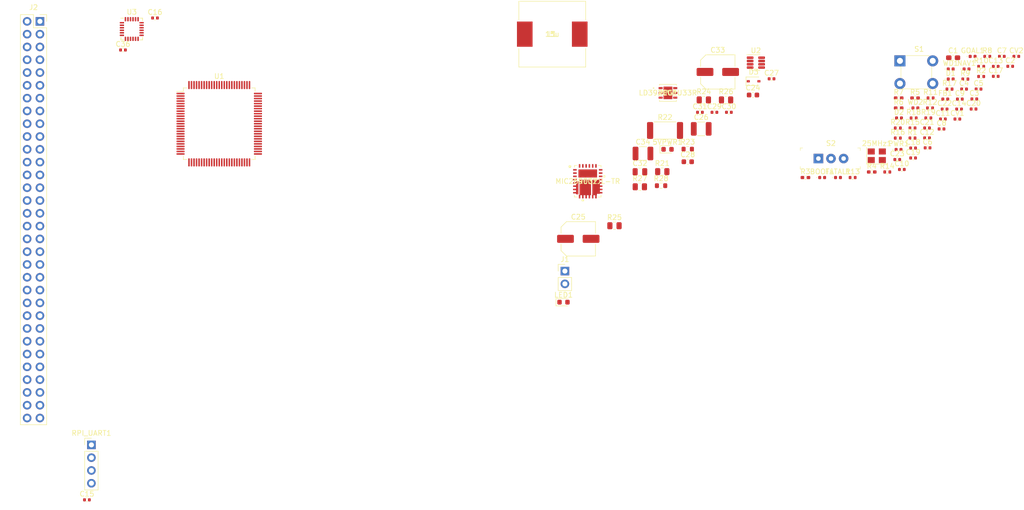
<source format=kicad_pcb>
(kicad_pcb (version 20211014) (generator pcbnew)
  (layers (0 "F.Cu" signal) (31 "B.Cu" signal) (34 "B.Paste" user) (35 "F.Paste" user) (36 "B.SilkS" user "B.Silkscreen") (37 "F.SilkS" user "F.Silkscreen") (38 "B.Mask" user) (39 "F.Mask" user) (44 "Edge.Cuts" user))
  (net 0 "")
  (net 1 "Net-(5VPWR1-Pad1)")
  (net 2 "+5V")
  (net 3 "HSE_IN")
  (net 4 "GND")
  (net 5 "Net-(25MHz1-Pad3)")
  (net 6 "Net-(BOOT1-Pad2)")
  (net 7 "+3V3")
  (net 8 "Net-(C16-Pad1)")
  (net 9 "VDDA")
  (net 10 "NRST")
  (net 11 "VREF+")
  (net 12 "REG_VIN")
  (net 13 "REG_VDD")
  (net 14 "REG_BST")
  (net 15 "REG_CS")
  (net 16 "Net-(C31-Pad2)")
  (net 17 "Net-(C36-Pad1)")
  (net 18 "Net-(CV1-Pad1)")
  (net 19 "Net-(CV2-Pad1)")
  (net 20 "Net-(D1-Pad1)")
  (net 21 "Net-(D1-Pad2)")
  (net 22 "Net-(D2-Pad1)")
  (net 23 "Net-(D2-Pad2)")
  (net 24 "Net-(FATAL1-Pad2)")
  (net 25 "Net-(GOAL1-Pad2)")
  (net 26 "VBAT")
  (net 31 "Net-(J2-Pad8)")
  (net 32 "Net-(J2-Pad10)")
  (net 52 "SPI2_MISO")
  (net 55 "SPI2_MOSI")
  (net 56 "SPI2_SCK")
  (net 57 "Net-(LED1-Pad1)")
  (net 58 "Net-(NAV1-Pad2)")
  (net 59 "Net-(PWR1-Pad1)")
  (net 60 "I2C1_SCL")
  (net 61 "I2C1_SDA")
  (net 62 "I2C3_SCL")
  (net 63 "I2C3_SDA")
  (net 64 "BOOT0")
  (net 65 "Net-(R6-Pad2)")
  (net 66 "HSE_OUT")
  (net 67 "LED1")
  (net 68 "Net-(D1-Pad3)")
  (net 69 "LED2")
  (net 70 "LED3")
  (net 71 "TIM1_CH1")
  (net 72 "Net-(D2-Pad3)")
  (net 73 "TIM1_CH2")
  (net 74 "TIM1_CH3")
  (net 75 "LED4")
  (net 76 "LED5")
  (net 77 "Net-(R16-Pad2)")
  (net 78 "LED6")
  (net 79 "Net-(R17-Pad2)")
  (net 80 "LED7")
  (net 81 "LED8")
  (net 82 "REG_EN")
  (net 83 "REG_PG")
  (net 84 "REG_FB")
  (net 93 "ADC1_IN0")
  (net 94 "ADC2_IN1")
  (net 95 "ADC3_IN2")
  (net 96 "USART2_RX")
  (net 98 "SPI1_SCK")
  (net 99 "SPI1_MISO")
  (net 100 "SPI1_MOSI")
  (net 109 "TIM1_CH4")
  (net 111 "TIM2_CH3")
  (net 112 "TIM2_CH4")
  (net 117 "USART3_TX")
  (net 118 "USART3_RX")
  (net 119 "INT0")
  (net 120 "INT1")
  (net 121 "INT2")
  (net 122 "INT3")
  (net 128 "USB_OTG_FS_VBUS")
  (net 129 "USB_OTG_FS_ID")
  (net 130 "USB_OTG_FS_DM")
  (net 131 "USB_OTG_FS_DP")
  (net 133 "TIM2_CH1")
  (net 134 "SPI3_SCK")
  (net 135 "SPI3_MISO")
  (net 136 "UART5_TX")
  (net 139 "UART5_RX")
  (net 142 "USART2_TX")
  (net 145 "TIM2_CH2")
  (net 147 "SPI3_MOSI")
  (footprint "Capacitor_SMD:C_Elec_6.3x7.7" (layer "F.Cu") (at 177.61 55.76)
    (fp_text reference "C33" (at 0 -4.35) (layer "F.SilkS"))
    (fp_text value "100u")
    (pad "1" smd roundrect (at -2.5375 0) (size 3.325 1.6) (layers "F.Cu" "F.Paste" "F.Mask") (roundrect_rratio 0.15625) (net 2 "+5V"))
    (pad "2" smd roundrect (at 2.5375 0) (size 3.325 1.6) (layers "F.Cu" "F.Paste" "F.Mask") (roundrect_rratio 0.15625) (net 4 "GND"))
  )
  (footprint "Capacitor_SMD:C_0402_1005Metric" (layer "F.Cu") (at 233.94 52.67)
    (fp_text reference "C7" (at 0 -1.16) (layer "F.SilkS"))
    (fp_text value "100n")
    (pad "1" smd roundrect (at -0.48 0) (size 0.56 0.62) (layers "F.Cu" "F.Paste" "F.Mask") (net 7 "+3V3"))
    (pad "2" smd roundrect (at 0.48 0) (size 0.56 0.62) (layers "F.Cu" "F.Paste" "F.Mask") (net 4 "GND"))
  )
  (footprint "digikey-footprints:Switch_Slide_11.6x4mm_EG1218" (layer "F.Cu") (at 197.56 72.95)
    (fp_text reference "S2" (at 2.49 -3.02) (layer "F.SilkS"))
    (fp_text value "EG1218")
    (pad "1" thru_hole rect (at 0 0) (size 1.9 1.9) (drill 0.9) (layers *.Cu *.Mask) (net 4 "GND"))
    (pad "2" thru_hole circle (at 2.5 0) (size 1.9 1.9) (drill 0.9) (layers *.Cu *.Mask) (net 65 "Net-(R6-Pad2)"))
    (pad "3" thru_hole circle (at 5 0) (size 1.9 1.9) (drill 0.9) (layers *.Cu *.Mask) (net 7 "+3V3"))
  )
  (footprint "Resistor_SMD:R_0402_1005Metric" (layer "F.Cu") (at 229.84 56.66)
    (fp_text reference "R2" (at 0 -1.17) (layer "F.SilkS"))
    (fp_text value "4k7")
    (pad "1" smd roundrect (at -0.51 0) (size 0.54 0.64) (layers "F.Cu" "F.Paste" "F.Mask") (net 7 "+3V3"))
    (pad "2" smd roundrect (at 0.51 0) (size 0.54 0.64) (layers "F.Cu" "F.Paste" "F.Mask") (net 61 "I2C1_SDA"))
  )
  (footprint "LED_SMD:LED_0603_1608Metric" (layer "F.Cu") (at 167.64 71.12)
    (fp_text reference "5VPWR1" (at 0 -1.43) (layer "F.SilkS"))
    (fp_text value "G")
    (pad "1" smd roundrect (at -0.7875 0) (size 0.875 0.95) (layers "F.Cu" "F.Paste" "F.Mask") (net 1 "Net-(5VPWR1-Pad1)"))
    (pad "2" smd roundrect (at 0.7875 0) (size 0.875 0.95) (layers "F.Cu" "F.Paste" "F.Mask") (net 2 "+5V"))
  )
  (footprint "Resistor_SMD:R_2512_6332Metric" (layer "F.Cu") (at 167.15 67.38)
    (fp_text reference "R22" (at 0 -2.62) (layer "F.SilkS"))
    (fp_text value "10m")
    (pad "1" smd roundrect (at -2.9625 0) (size 1.225 3.35) (layers "F.Cu" "F.Paste" "F.Mask") (roundrect_rratio 0.204082) (net 12 "REG_VIN"))
    (pad "2" smd roundrect (at 2.9625 0) (size 1.225 3.35) (layers "F.Cu" "F.Paste" "F.Mask") (roundrect_rratio 0.204082) (net 26 "VBAT"))
  )
  (footprint "Resistor_SMD:R_0402_1005Metric" (layer "F.Cu") (at 213.31 68.89)
    (fp_text reference "R16" (at 0 -1.17) (layer "F.SilkS"))
    (fp_text value "1k")
    (pad "1" smd roundrect (at -0.51 0) (size 0.54 0.64) (layers "F.Cu" "F.Paste" "F.Mask") (net 76 "LED5"))
    (pad "2" smd roundrect (at 0.51 0) (size 0.54 0.64) (layers "F.Cu" "F.Paste" "F.Mask") (net 77 "Net-(R16-Pad2)"))
  )
  (footprint "Connector_PinHeader_2.54mm:PinHeader_1x04_P2.54mm_Vertical" (layer "F.Cu") (at 53.39 129.79)
    (fp_text reference "RPI_UART1" (at 0 -2.33) (layer "F.SilkS"))
    (fp_text value "Conn_01x04_Male")
    (pad "1" thru_hole rect (at 0 0) (size 1.7 1.7) (drill 1) (layers *.Cu *.Mask) (net 2 "+5V"))
    (pad "2" thru_hole oval (at 0 2.54) (size 1.7 1.7) (drill 1) (layers *.Cu *.Mask) (net 4 "GND"))
    (pad "3" thru_hole oval (at 0 5.08) (size 1.7 1.7) (drill 1) (layers *.Cu *.Mask) (net 31 "Net-(J2-Pad8)"))
    (pad "4" thru_hole oval (at 0 7.62) (size 1.7 1.7) (drill 1) (layers *.Cu *.Mask) (net 32 "Net-(J2-Pad10)"))
  )
  (footprint "Capacitor_SMD:C_0402_1005Metric" (layer "F.Cu") (at 219.21 70.83)
    (fp_text reference "C6" (at 0 -1.16) (layer "F.SilkS"))
    (fp_text value "100n")
    (pad "1" smd roundrect (at -0.48 0) (size 0.56 0.62) (layers "F.Cu" "F.Paste" "F.Mask") (net 7 "+3V3"))
    (pad "2" smd roundrect (at 0.48 0) (size 0.56 0.62) (layers "F.Cu" "F.Paste" "F.Mask") (net 4 "GND"))
  )
  (footprint "Capacitor_SMD:C_0603_1608Metric_Pad1.08x0.95mm_HandSolder" (layer "F.Cu") (at 224.28 52.94)
    (fp_text reference "C1" (at 0 -1.43) (layer "F.SilkS"))
    (fp_text value "10u")
    (pad "1" smd roundrect (at -0.8625 0) (size 1.075 0.95) (layers "F.Cu" "F.Paste" "F.Mask") (net 7 "+3V3"))
    (pad "2" smd roundrect (at 0.8625 0) (size 1.075 0.95) (layers "F.Cu" "F.Paste" "F.Mask") (net 4 "GND"))
  )
  (footprint "Resistor_SMD:R_0805_2012Metric" (layer "F.Cu") (at 166.6 75.55)
    (fp_text reference "R21" (at 0 -1.65) (layer "F.SilkS"))
    (fp_text value "10k")
    (pad "1" smd roundrect (at -0.9125 0) (size 1.025 1.4) (layers "F.Cu" "F.Paste" "F.Mask") (roundrect_rratio 0.243902) (net 12 "REG_VIN"))
    (pad "2" smd roundrect (at 0.9125 0) (size 1.025 1.4) (layers "F.Cu" "F.Paste" "F.Mask") (roundrect_rratio 0.243902) (net 82 "REG_EN"))
  )
  (footprint "Capacitor_SMD:C_1210_3225Metric" (layer "F.Cu") (at 174.32 67.06)
    (fp_text reference "C26" (at 0 -2.3) (layer "F.SilkS"))
    (fp_text value "47u")
    (pad "1" smd roundrect (at -1.475 0) (size 1.15 2.7) (layers "F.Cu" "F.Paste" "F.Mask") (roundrect_rratio 0.217391) (net 12 "REG_VIN"))
    (pad "2" smd roundrect (at 1.475 0) (size 1.15 2.7) (layers "F.Cu" "F.Paste" "F.Mask") (roundrect_rratio 0.217391) (net 4 "GND"))
  )
  (footprint "Package_TO_SOT_SMD:SOT-23-8" (layer "F.Cu") (at 185.16 53.91)
    (fp_text reference "U2" (at 0 -2.4) (layer "F.SilkS"))
    (fp_text value "INA219AIDCNR")
    (pad "1" smd roundrect (at -1.1375 -0.975) (size 1.325 0.5) (layers "F.Cu" "F.Paste" "F.Mask") (net 26 "VBAT"))
    (pad "2" smd roundrect (at -1.1375 -0.325) (size 1.325 0.5) (layers "F.Cu" "F.Paste" "F.Mask") (net 12 "REG_VIN"))
    (pad "3" smd roundrect (at -1.1375 0.325) (size 1.325 0.5) (layers "F.Cu" "F.Paste" "F.Mask") (net 4 "GND"))
    (pad "4" smd roundrect (at -1.1375 0.975) (size 1.325 0.5) (layers "F.Cu" "F.Paste" "F.Mask") (net 7 "+3V3"))
    (pad "5" smd roundrect (at 1.1375 0.975) (size 1.325 0.5) (layers "F.Cu" "F.Paste" "F.Mask") (net 62 "I2C3_SCL"))
    (pad "6" smd roundrect (at 1.1375 0.325) (size 1.325 0.5) (layers "F.Cu" "F.Paste" "F.Mask") (net 63 "I2C3_SDA"))
    (pad "7" smd roundrect (at 1.1375 -0.325) (size 1.325 0.5) (layers "F.Cu" "F.Paste" "F.Mask") (net 4 "GND"))
    (pad "8" smd roundrect (at 1.1375 -0.975) (size 1.325 0.5) (layers "F.Cu" "F.Paste" "F.Mask") (net 4 "GND"))
  )
  (footprint "Resistor_SMD:R_0402_1005Metric" (layer "F.Cu") (at 216.22 66.9)
    (fp_text reference "R15" (at 0 -1.17) (layer "F.SilkS"))
    (fp_text value "1k")
    (pad "1" smd roundrect (at -0.51 0) (size 0.54 0.64) (layers "F.Cu" "F.Paste" "F.Mask") (net 75 "LED4"))
    (pad "2" smd roundrect (at 0.51 0) (size 0.54 0.64) (layers "F.Cu" "F.Paste" "F.Mask") (net 24 "Net-(FATAL1-Pad2)"))
  )
  (footprint "Capacitor_SMD:C_0402_1005Metric" (layer "F.Cu") (at 216.34 72.84)
    (fp_text reference "C19" (at 0 -1.16) (layer "F.SilkS"))
    (fp_text value "100n")
    (pad "1" smd roundrect (at -0.48 0) (size 0.56 0.62) (layers "F.Cu" "F.Paste" "F.Mask") (net 10 "NRST"))
    (pad "2" smd roundrect (at 0.48 0) (size 0.56 0.62) (layers "F.Cu" "F.Paste" "F.Mask") (net 4 "GND"))
  )
  (footprint "Resistor_SMD:R_0805_2012Metric" (layer "F.Cu") (at 157.12 86.29)
    (fp_text reference "R25" (at 0 -1.65) (layer "F.SilkS"))
    (fp_text value "6k8")
    (pad "1" smd roundrect (at -0.9125 0) (size 1.025 1.4) (layers "F.Cu" "F.Paste" "F.Mask") (roundrect_rratio 0.243902) (net 16 "Net-(C31-Pad2)"))
    (pad "2" smd roundrect (at 0.9125 0) (size 1.025 1.4) (layers "F.Cu" "F.Paste" "F.Mask") (roundrect_rratio 0.243902) (net 84 "REG_FB"))
  )
  (footprint "Resistor_SMD:R_0402_1005Metric" (layer "F.Cu") (at 216.22 68.89)
    (fp_text reference "R1" (at 0 -1.17) (layer "F.SilkS"))
    (fp_text value "4k7")
    (pad "1" smd roundrect (at -0.51 0) (size 0.54 0.64) (layers "F.Cu" "F.Paste" "F.Mask") (net 7 "+3V3"))
    (pad "2" smd roundrect (at 0.51 0) (size 0.54 0.64) (layers "F.Cu" "F.Paste" "F.Mask") (net 60 "I2C1_SCL"))
  )
  (footprint "digikey-footprints:Switch_Tactile_THT_6x6mm" (layer "F.Cu") (at 213.73 53.56)
    (fp_text reference "S1" (at 3.81 -2.3368) (layer "F.SilkS"))
    (fp_text value "1825910-6")
    (pad "1" thru_hole rect (at 0 0) (size 2.2 2.2) (drill 1.2) (layers *.Cu *.Mask) (net 10 "NRST"))
    (pad "2" thru_hole circle (at 6.5 0) (size 2.2 2.2) (drill 1.2) (layers *.Cu *.Mask) (net 10 "NRST"))
    (pad "3" thru_hole circle (at 0 4.5) (size 2.2 2.2) (drill 1.2) (layers *.Cu *.Mask) (net 4 "GND"))
    (pad "4" thru_hole circle (at 6.5 4.5) (size 2.2 2.2) (drill 1.2) (layers *.Cu *.Mask) (net 4 "GND"))
  )
  (footprint "cad:SRP1265A-470M" (layer "F.Cu") (at 144.78 48.26)
    (fp_text reference "L1" (at 0 0) (layer "F.SilkS"))
    (fp_text value "15u" (at 0 0) (layer "F.SilkS"))
    (fp_text user "*" (at 0 0) (layer "F.SilkS"))
    (pad "1" smd rect (at -5.450599 0) (size 3.0988 5.0038) (layers "F.Cu" "F.Paste" "F.Mask") (net 15 "REG_CS"))
    (pad "2" smd rect (at 5.450599 0) (size 3.0988 5.0038) (layers "F.Cu" "F.Paste" "F.Mask") (net 2 "+5V"))
  )
  (footprint "Capacitor_SMD:C_0402_1005Metric" (layer "F.Cu") (at 214.11 75.12)
    (fp_text reference "C10" (at 0 -1.16) (layer "F.SilkS"))
    (fp_text value "100n")
    (pad "1" smd roundrect (at -0.48 0) (size 0.56 0.62) (layers "F.Cu" "F.Paste" "F.Mask") (net 7 "+3V3"))
    (pad "2" smd roundrect (at 0.48 0) (size 0.56 0.62) (layers "F.Cu" "F.Paste" "F.Mask") (net 4 "GND"))
  )
  (footprint "Resistor_SMD:R_0402_1005Metric" (layer "F.Cu") (at 229.84 54.67)
    (fp_text reference "R10" (at 0 -1.17) (layer "F.SilkS"))
    (fp_text value "2k2")
    (pad "1" smd roundrect (at -0.51 0) (size 0.54 0.64) (layers "F.Cu" "F.Paste" "F.Mask") (net 69 "LED2"))
    (pad "2" smd roundrect (at 0.51 0) (size 0.54 0.64) (layers "F.Cu" "F.Paste" "F.Mask") (net 21 "Net-(D1-Pad2)"))
  )
  (footprint "Capacitor_SMD:C_0402_1005Metric" (layer "F.Cu") (at 219.11 66.89)
    (fp_text reference "C21" (at 0 -1.16) (layer "F.SilkS"))
    (fp_text value "100n")
    (pad "1" smd roundrect (at -0.48 0) (size 0.56 0.62) (layers "F.Cu" "F.Paste" "F.Mask") (net 11 "VREF+"))
    (pad "2" smd roundrect (at 0.48 0) (size 0.56 0.62) (layers "F.Cu" "F.Paste" "F.Mask") (net 4 "GND"))
  )
  (footprint "Capacitor_SMD:C_0402_1005Metric" (layer "F.Cu") (at 221.98 67.08)
    (fp_text reference "C8" (at 0 -1.16) (layer "F.SilkS"))
    (fp_text value "100n")
    (pad "1" smd roundrect (at -0.48 0) (size 0.56 0.62) (layers "F.Cu" "F.Paste" "F.Mask") (net 7 "+3V3"))
    (pad "2" smd roundrect (at 0.48 0) (size 0.56 0.62) (layers "F.Cu" "F.Paste" "F.Mask") (net 4 "GND"))
  )
  (footprint "Capacitor_SMD:C_0402_1005Metric" (layer "F.Cu") (at 228.33 63.12)
    (fp_text reference "C20" (at 0 -1.16) (layer "F.SilkS"))
    (fp_text value "1u")
    (pad "1" smd roundrect (at -0.48 0) (size 0.56 0.62) (layers "F.Cu" "F.Paste" "F.Mask") (net 11 "VREF+"))
    (pad "2" smd roundrect (at 0.48 0) (size 0.56 0.62) (layers "F.Cu" "F.Paste" "F.Mask") (net 4 "GND"))
  )
  (footprint "LED_SMD:LED_0402_1005Metric" (layer "F.Cu") (at 223.795 57.18)
    (fp_text reference "D1" (at 0 -1.17) (layer "F.SilkS"))
    (fp_text value "STAT")
    (pad "1" smd roundrect (at -0.485 0) (size 0.59 0.64) (layers "F.Cu" "F.Paste" "F.Mask") (net 20 "Net-(D1-Pad1)"))
    (pad "2" smd roundrect (at 0.485 0) (size 0.59 0.64) (layers "F.Cu" "F.Paste" "F.Mask") (net 21 "Net-(D1-Pad2)"))
  )
  (footprint "Resistor_SMD:R_0402_1005Metric" (layer "F.Cu") (at 219.81 60.93)
    (fp_text reference "R11" (at 0 -1.17) (layer "F.SilkS"))
    (fp_text value "1k")
    (pad "1" smd roundrect (at -0.51 0) (size 0.54 0.64) (layers "F.Cu" "F.Paste" "F.Mask") (net 70 "LED3"))
    (pad "2" smd roundrect (at 0.51 0) (size 0.54 0.64) (layers "F.Cu" "F.Paste" "F.Mask") (net 20 "Net-(D1-Pad1)"))
  )
  (footprint "cad:MIC26903YJL-TR" (layer "F.Cu") (at 151.8234 77.463401)
    (fp_text reference "REG2" (at 0 0) (layer "F.SilkS"))
    (fp_text value "MIC26903YJL-TR" (at 0 0) (layer "F.SilkS"))
    (fp_text user "*" (at -3.5398 -2.6) (layer "F.SilkS"))
    (fp_text user "*" (at -3.5398 -2.6) (layer "F.SilkS"))
    (fp_poly (pts (xy -2.2685 0.05) (xy -1.8995 0.05) (xy -1.8995 2.55) (xy -2.2685 2.55)) (layer "F.Cu") (width 0.1) (fill solid))
    (fp_poly (pts (xy -1.6 -0.244) (xy 0.6 -0.244) (xy 0.6 2.706) (xy -1.6 2.706)) (layer "F.Cu") (width 0.1) (fill solid))
    (fp_poly (pts (xy 0.95 -0.2435) (xy 2.35 -0.2435) (xy 2.35 2.431501) (xy 0.95 2.431501)) (layer "F.Cu") (width 0.1) (fill solid))
    (fp_poly (pts (xy 0.9495 2.431499) (xy 1.7745 2.431499) (xy 1.7745 2.706499) (xy 0.9495 2.706499)) (layer "F.Cu") (width 0.1) (fill solid))
    (pad "1" smd rect (at -2.5524 -2.274999 90) (size 0.299974 0.7048) (layers "F.Cu" "F.Paste" "F.Mask") (net 13 "REG_VDD"))
    (pad "2" smd rect (at -2.5524 -1.625001 90) (size 0.299974 0.7048) (layers "F.Cu" "F.Paste" "F.Mask") (net 4 "GND"))
    (pad "3" smd rect (at -2.5524 -0.974999 90) (size 0.299974 0.7048) (layers "F.Cu" "F.Paste" "F.Mask"))
    (pad "4" smd rect (at -2.5524 -0.325001 90) (size 0.299974 0.7048) (layers "F.Cu" "F.Paste" "F.Mask") (net 15 "REG_CS"))
    (pad "5" smd rect (at -2.5524 0.325001 90) (size 0.299974 0.7048) (layers "F.Cu" "F.Paste" "F.Mask") (net 4 "GND"))
    (pad "6" smd rect (at -2.5524 0.974999 90) (size 0.299974 0.7048) (layers "F.Cu" "F.Paste" "F.Mask") (net 4 "GND"))
    (pad "7" smd rect (at -2.5524 1.625001 90) (size 0.299974 0.7048) (layers "F.Cu" "F.Paste" "F.Mask") (net 4 "GND"))
    (pad "8" smd rect (at -2.5524 2.274999 90) (size 0.299974 0.7048) (layers "F.Cu" "F.Paste" "F.Mask") (net 4 "GND"))
    (pad "9" smd rect (at -1.625001 3.052399) (size 0.299974 0.7048) (layers "F.Cu" "F.Paste" "F.Mask") (net 15 "REG_CS"))
    (pad "10" smd rect (at -0.974999 3.052399) (size 0.299974 0.7048) (layers "F.Cu" "F.Paste" "F.Mask") (net 15 "REG_CS"))
    (pad "11" smd rect (at -0.325001 3.052399) (size 0.299974 0.7048) (layers "F.Cu" "F.Paste" "F.Mask") (net 15 "REG_CS"))
    (pad "12" smd rect (at 0.325001 3.052399) (size 0.299974 0.7048) (layers "F.Cu" "F.Paste" "F.Mask") (net 15 "REG_CS"))
    (pad "13" smd rect (at 0.974999 3.052399) (size 0.299974 0.7048) (layers "F.Cu" "F.Paste" "F.Mask") (net 12 "REG_VIN"))
    (pad "14" smd rect (at 1.625001 3.052399) (size 0.299974 0.7048) (layers "F.Cu" "F.Paste" "F.Mask") (net 12 "REG_VIN"))
    (pad "15" smd rect (at 2.5524 2.274999 90) (size 0.299974 0.7048) (layers "F.Cu" "F.Paste" "F.Mask") (net 12 "REG_VIN"))
    (pad "16" smd rect (at 2.5524 1.625001 90) (size 0.299974 0.7048) (layers "F.Cu" "F.Paste" "F.Mask") (net 12 "REG_VIN"))
    (pad "17" smd rect (at 2.5524 0.974999 90) (size 0.299974 0.7048) (layers "F.Cu" "F.Paste" "F.Mask") (net 12 "REG_VIN"))
    (pad "18" smd rect (at 2.5524 0.325001 90) (size 0.299974 0.7048) (layers "F.Cu" "F.Paste" "F.Mask") (net 12 "REG_VIN"))
    (pad "19" smd rect (at 2.5524 -0.325001 90) (size 0.299974 0.7048) (layers "F.Cu" "F.Paste" "F.Mask") (net 12 "REG_VIN"))
    (pad "20" smd rect (at 2.5524 -0.974999 90) (size 0.299974 0.7048) (layers "F.Cu" "F.Paste" "F.Mask") (net 14 "REG_BST"))
    (pad "21" smd rect (at 2.5524 -1.625001 90) (size 0.299974 0.7048) (layers "F.Cu" "F.Paste" "F.Mask") (net 4 "GND"))
    (pad "22" smd rect (at 2.5524 -2.274999 90) (size 0.299974 0.7048) (layers "F.Cu" "F.Paste" "F.Mask") (net 15 "REG_CS"))
    (pad "23" smd rect (at 1.625001 -3.052399) (size 0.299974 0.7048) (layers "F.Cu" "F.Paste" "F.Mask") (net 4 "GND"))
    (pad "24" smd rect (at 0.974999 -3.052399) (size 0.299974 0.7048) (layers "F.Cu" "F.Paste" "F.Mask") (net 84 "REG_FB"))
    (pad "25" smd rect (at 0.325001 -3.052399) (size 0.299974 0.7048) (layers "F.Cu" "F.Paste" "F.Mask") (net 83 "REG_PG"))
    (pad "26" smd rect (at -0.325001 -3.052399) (size 0.299974 0.7048) (layers "F.Cu" "F.Paste" "F.Mask") (net 82 "REG_EN"))
    (pad "27" smd rect (at -0.974999 -3.052399) (size 0.299974 0.7048) (layers "F.Cu" "F.Paste" "F.Mask") (net 12 "REG_VIN"))
    (pad "28" smd rect (at -1.625001 -3.052399) (size 0.299974 0.7048) (layers "F.Cu" "F.Paste" "F.Mask") (net 13 "REG_VDD"))
    (pad "29" smd rect (at 0 -1.55) (size 3.7 1.6) (layers "F.Cu" "F.Paste" "F.Mask"))
  )
  (footprint "Capacitor_SMD:C_0603_1608Metric" (layer "F.Cu") (at 171.65 73.59)
    (fp_text reference "C28" (at 0 -1.43) (layer "F.SilkS"))
    (fp_text value "10u")
    (pad "1" smd roundrect (at -0.775 0) (size 0.9 0.95) (layers "F.Cu" "F.Paste" "F.Mask") (net 7 "+3V3"))
    (pad "2" smd roundrect (at 0.775 0) (size 0.9 0.95) (layers "F.Cu" "F.Paste" "F.Mask") (net 4 "GND"))
  )
  (footprint "Crystal:Crystal_SMD_Abracon_ABM8G-4Pin_3.2x2.5mm" (layer "F.Cu") (at 209.14 72.4)
    (fp_text reference "25MHz1" (at 0 -2.45) (layer "F.SilkS"))
    (fp_text value "HSE1")
    (pad "1" smd rect (at -1.1 0.85) (size 1.4 1.2) (layers "F.Cu" "F.Paste" "F.Mask") (net 3 "HSE_IN"))
    (pad "2" smd rect (at 1.1 0.85) (size 1.4 1.2) (layers "F.Cu" "F.Paste" "F.Mask") (net 4 "GND"))
    (pad "3" smd rect (at 1.1 -0.85) (size 1.4 1.2) (layers "F.Cu" "F.Paste" "F.Mask") (net 5 "Net-(25MHz1-Pad3)"))
    (pad "4" smd rect (at -1.1 -0.85) (size 1.4 1.2) (layers "F.Cu" "F.Paste" "F.Mask") (net 4 "GND"))
  )
  (footprint "Diode_SMD:D_SOD-323" (layer "F.Cu") (at 184.71 57.61)
    (fp_text reference "D3" (at 0 -1.85) (layer "F.SilkS"))
    (fp_text value "SD103AWS")
    (pad "1" smd rect (at -1.05 0) (size 0.6 0.45) (layers "F.Cu" "F.Paste" "F.Mask") (net 14 "REG_BST"))
    (pad "2" smd rect (at 1.05 0) (size 0.6 0.45) (layers "F.Cu" "F.Paste" "F.Mask") (net 13 "REG_VDD"))
  )
  (footprint "Resistor_SMD:R_0402_1005Metric" (layer "F.Cu") (at 216.45 64.91)
    (fp_text reference "R18" (at 0 -1.17) (layer "F.SilkS"))
    (fp_text value "2k2")
    (pad "1" smd roundrect (at -0.51 0) (size 0.54 0.64) (layers "F.Cu" "F.Paste" "F.Mask") (net 80 "LED7"))
    (pad "2" smd roundrect (at 0.51 0) (size 0.54 0.64) (layers "F.Cu" "F.Paste" "F.Mask") (net 25 "Net-(GOAL1-Pad2)"))
  )
  (footprint "LED_SMD:LED_0402_1005Metric" (layer "F.Cu") (at 201.445 76.72)
    (fp_text reference "FATAL1" (at 0 -1.17) (layer "F.SilkS"))
    (fp_text value "R")
    (pad "1" smd roundrect (at -0.485 0) (size 0.59 0.64) (layers "F.Cu" "F.Paste" "F.Mask") (net 4 "GND"))
    (pad "2" smd roundrect (at 0.485 0) (size 0.59 0.64) (layers "F.Cu" "F.Paste" "F.Mask") (net 24 "Net-(FATAL1-Pad2)"))
  )
  (footprint "Resistor_SMD:R_0402_1005Metric_Pad0.72x0.64mm_HandSolder" (layer "F.Cu") (at 194.99 76.72)
    (fp_text reference "R3" (at 0 -1.17) (layer "F.SilkS"))
    (fp_text value "4k7")
    (pad "1" smd roundrect (at -0.5975 0) (size 0.715 0.64) (layers "F.Cu" "F.Paste" "F.Mask") (net 7 "+3V3"))
    (pad "2" smd roundrect (at 0.5975 0) (size 0.715 0.64) (layers "F.Cu" "F.Paste" "F.Mask") (net 62 "I2C3_SCL"))
  )
  (footprint "Resistor_SMD:R_0402_1005Metric_Pad0.72x0.64mm_HandSolder" (layer "F.Cu") (at 208.14 75.62)
    (fp_text reference "R4" (at 0 -1.17) (layer "F.SilkS"))
    (fp_text value "4k7")
    (pad "1" smd roundrect (at -0.5975 0) (size 0.715 0.64) (layers "F.Cu" "F.Paste" "F.Mask") (net 7 "+3V3"))
    (pad "2" smd roundrect (at 0.5975 0) (size 0.715 0.64) (layers "F.Cu" "F.Paste" "F.Mask") (net 63 "I2C3_SDA"))
  )
  (footprint "Resistor_SMD:R_0402_1005Metric" (layer "F.Cu") (at 204.35 76.72)
    (fp_text reference "R13" (at 0 -1.17) (layer "F.SilkS"))
    (fp_text value "2k2")
    (pad "1" smd roundrect (at -0.51 0) (size 0.54 0.64) (layers "F.Cu" "F.Paste" "F.Mask") (net 73 "TIM1_CH2"))
    (pad "2" smd roundrect (at 0.51 0) (size 0.54 0.64) (layers "F.Cu" "F.Paste" "F.Mask") (net 23 "Net-(D2-Pad2)"))
  )
  (footprint "LED_SMD:LED_0402_1005Metric" (layer "F.Cu") (at 223.795 55.19)
    (fp_text reference "WD1" (at 0 -1.17) (layer "F.SilkS"))
    (fp_text value "R")
    (pad "1" smd roundrect (at -0.485 0) (size 0.59 0.64) (layers "F.Cu" "F.Paste" "F.Mask") (net 4 "GND"))
    (pad "2" smd roundrect (at 0.485 0) (size 0.59 0.64) (layers "F.Cu" "F.Paste" "F.Mask") (net 77 "Net-(R16-Pad2)"))
  )
  (footprint "Capacitor_SMD:C_0402_1005Metric" (layer "F.Cu") (at 52.5 140.7)
    (fp_text reference "C15" (at 0 -1.16) (layer "F.SilkS"))
    (fp_text value "0.1u")
    (pad "1" smd roundrect (at -0.48 0) (size 0.56 0.62) (layers "F.Cu" "F.Paste" "F.Mask") (net 4 "GND"))
    (pad "2" smd roundrect (at 0.48 0) (size 0.56 0.62) (layers "F.Cu" "F.Paste" "F.Mask") (net 7 "+3V3"))
  )
  (footprint "Resistor_SMD:R_0402_1005Metric_Pad0.72x0.64mm_HandSolder" (layer "F.Cu") (at 213.48 60.93)
    (fp_text reference "R7" (at 0 -1.17) (layer "F.SilkS"))
    (fp_text value "620")
    (pad "1" smd roundrect (at -0.5975 0) (size 0.715 0.64) (layers "F.Cu" "F.Paste" "F.Mask") (net 66 "HSE_OUT"))
    (pad "2" smd roundrect (at 0.5975 0) (size 0.715 0.64) (layers "F.Cu" "F.Paste" "F.Mask") (net 5 "Net-(25MHz1-Pad3)"))
  )
  (footprint "Capacitor_SMD:C_0402_1005Metric" (layer "F.Cu") (at 219.11 68.86)
    (fp_text reference "C12" (at 0 -1.16) (layer "F.SilkS"))
    (fp_text value "100n")
    (pad "1" smd roundrect (at -0.48 0) (size 0.56 0.62) (layers "F.Cu" "F.Paste" "F.Mask") (net 7 "+3V3"))
    (pad "2" smd roundrect (at 0.48 0) (size 0.56 0.62) (layers "F.Cu" "F.Paste" "F.Mask") (net 4 "GND"))
  )
  (footprint "Resistor_SMD:R_0402_1005Metric_Pad0.72x0.64mm_HandSolder" (layer "F.Cu") (at 216.73 60.93)
    (fp_text reference "R5" (at 0 -1.17) (layer "F.SilkS"))
    (fp_text value "47")
    (pad "1" smd roundrect (at -0.5975 0) (size 0.715 0.64) (layers "F.Cu" "F.Paste" "F.Mask") (net 9 "VDDA"))
    (pad "2" smd roundrect (at 0.5975 0) (size 0.715 0.64) (layers "F.Cu" "F.Paste" "F.Mask") (net 11 "VREF+"))
  )
  (footprint "Resistor_SMD:R_0603_1608Metric" (layer "F.Cu") (at 166.36 78.34)
    (fp_text reference "R28" (at 0 -1.43) (layer "F.SilkS"))
    (fp_text value "560")
    (pad "1" smd roundrect (at -0.825 0) (size 0.8 0.95) (layers "F.Cu" "F.Paste" "F.Mask") (net 4 "GND"))
    (pad "2" smd roundrect (at 0.825 0) (size 0.8 0.95) (layers "F.Cu" "F.Paste" "F.Mask") (net 1 "Net-(5VPWR1-Pad1)"))
  )
  (footprint "Capacitor_SMD:C_1210_3225Metric" (layer "F.Cu") (at 162.77 71.95)
    (fp_text reference "C34" (at 0 -2.3) (layer "F.SilkS"))
    (fp_text value "47u")
    (pad "1" smd roundrect (at -1.475 0) (size 1.15 2.7) (layers "F.Cu" "F.Paste" "F.Mask") (roundrect_rratio 0.217391) (net 2 "+5V"))
    (pad "2" smd roundrect (at 1.475 0) (size 1.15 2.7) (layers "F.Cu" "F.Paste" "F.Mask") (roundrect_rratio 0.217391) (net 4 "GND"))
  )
  (footprint "Sensor_Motion:InvenSense_QFN-24_4x4mm_P0.5mm" (layer "F.Cu") (at 61.39 47.24)
    (fp_text reference "U3" (at 0 -3.375) (layer "F.SilkS"))
    (fp_text value "MPU-6000")
    (pad "1" smd roundrect (at -1.95 -1.25) (size 0.85 0.3) (layers "F.Cu" "F.Paste" "F.Mask"))
    (pad "2" smd roundrect (at -1.95 -0.75) (size 0.85 0.3) (layers "F.Cu" "F.Paste" "F.Mask"))
    (pad "3" smd roundrect (at -1.95 -0.25) (size 0.85 0.3) (layers "F.Cu" "F.Paste" "F.Mask"))
    (pad "4" smd roundrect (at -1.95 0.25) (size 0.85 0.3) (layers "F.Cu" "F.Paste" "F.Mask"))
    (pad "5" smd roundrect (at -1.95 0.75) (size 0.85 0.3) (layers "F.Cu" "F.Paste" "F.Mask"))
    (pad "6" smd roundrect (at -1.95 1.25) (size 0.85 0.3) (layers "F.Cu" "F.Paste" "F.Mask"))
    (pad "7" smd roundrect (at -1.25 1.95 90) (size 0.85 0.3) (layers "F.Cu" "F.Paste" "F.Mask"))
    (pad "8" smd roundrect (at -0.75 1.95 90) (size 0.85 0.3) (layers "F.Cu" "F.Paste" "F.Mask") (net 4 "GND"))
    (pad "9" smd roundrect (at -0.25 1.95 90) (size 0.85 0.3) (layers "F.Cu" "F.Paste" "F.Mask") (net 135 "SPI3_MISO"))
    (pad "10" smd roundrect (at 0.25 1.95 90) (size 0.85 0.3) (layers "F.Cu" "F.Paste" "F.Mask") (net 8 "Net-(C16-Pad1)"))
    (pad "11" smd roundrect (at 0.75 1.95 90) (size 0.85 0.3) (layers "F.Cu" "F.Paste" "F.Mask"))
    (pad "12" smd roundrect (at 1.25 1.95 90) (size 0.85 0.3) (layers "F.Cu" "F.Paste" "F.Mask") (net 119 "INT0"))
    (pad "13" smd roundrect (at 1.95 1.25) (size 0.85 0.3) (layers "F.Cu" "F.Paste" "F.Mask") (net 7 "+3V3"))
    (pad "14" smd roundrect (at 1.95 0.75) (size 0.85 0.3) (layers "F.Cu" "F.Paste" "F.Mask"))
    (pad "15" smd roundrect (at 1.95 0.25) (size 0.85 0.3) (layers "F.Cu" "F.Paste" "F.Mask"))
    (pad "16" smd roundrect (at 1.95 -0.25) (size 0.85 0.3) (layers "F.Cu" "F.Paste" "F.Mask"))
    (pad "17" smd roundrect (at 1.95 -0.75) (size 0.85 0.3) (layers "F.Cu" "F.Paste" "F.Mask"))
    (pad "18" smd roundrect (at 1.95 -1.25) (size 0.85 0.3) (layers "F.Cu" "F.Paste" "F.Mask") (net 4 "GND"))
    (pad "19" smd roundrect (at 1.25 -1.95 90) (size 0.85 0.3) (layers "F.Cu" "F.Paste" "F.Mask"))
    (pad "20" smd roundrect (at 0.75 -1.95 90) (size 0.85 0.3) (layers "F.Cu" "F.Paste" "F.Mask") (net 17 "Net-(C36-Pad1)"))
    (pad "21" smd roundrect (at 0.25 -1.95 90) (size 0.85 0.3) (layers "F.Cu" "F.Paste" "F.Mask"))
    (pad "22" smd roundrect (at -0.25 -1.95 90) (size 0.85 0.3) (layers "F.Cu" "F.Paste" "F.Mask"))
    (pad "23" smd roundrect (at -0.75 -1.95 90) (size 0.85 0.3) (layers "F.Cu" "F.Paste" "F.Mask") (net 134 "SPI3_SCK"))
    (pad "24" smd roundrect (at -1.25 -1.95 90) (size 0.85 0.3) (layers "F.Cu" "F.Paste" "F.Mask") (net 147 "SPI3_MOSI"))
  )
  (footprint "Resistor_SMD:R_0402_1005Metric" (layer "F.Cu") (at 211.22 75.62)
    (fp_text reference "R14" (at 0 -1.17) (layer "F.SilkS"))
    (fp_text value "1k")
    (pad "1" smd roundrect (at -0.51 0) (size 0.54 0.64) (layers "F.Cu" "F.Paste" "F.Mask") (net 74 "TIM1_CH3"))
    (pad "2" smd roundrect (at 0.51 0) (size 0.54 0.64) (layers "F.Cu" "F.Paste" "F.Mask") (net 22 "Net-(D2-Pad1)"))
  )
  (footprint "LED_SMD:LED_0603_1608Metric" (layer "F.Cu") (at 147.01 101.46)
    (fp_text reference "LED1" (at 0 -1.43) (layer "F.SilkS"))
    (fp_text value "G")
    (pad "1" smd roundrect (at -0.7875 0) (size 0.875 0.95) (layers "F.Cu" "F.Paste" "F.Mask") (net 57 "Net-(LED1-Pad1)"))
    (pad "2" smd roundrect (at 0.7875 0) (size 0.875 0.95) (layers "F.Cu" "F.Paste" "F.Mask") (net 7 "+3V3"))
  )
  (footprint "Capacitor_SMD:C_0805_2012Metric" (layer "F.Cu") (at 162.17 75.58)
    (fp_text reference "C32" (at 0 -1.68) (layer "F.SilkS"))
    (fp_text value "4n7")
    (pad "1" smd roundrect (at -0.95 0) (size 1 1.45) (layers "F.Cu" "F.Paste" "F.Mask") (net 2 "+5V"))
    (pad "2" smd roundrect (at 0.95 0) (size 1 1.45) (layers "F.Cu" "F.Paste" "F.Mask") (net 4 "GND"))
  )
  (footprint "Resistor_SMD:R_0402_1005Metric" (layer "F.Cu") (at 231.05 52.68)
    (fp_text reference "R8" (at 0 -1.17) (layer "F.SilkS"))
    (fp_text value "1k")
    (pad "1" smd roundrect (at -0.51 0) (size 0.54 0.64) (layers "F.Cu" "F.Paste" "F.Mask") (net 65 "Net-(R6-Pad2)"))
    (pad "2" smd roundrect (at 0.51 0) (size 0.54 0.64) (layers "F.Cu" "F.Paste" "F.Mask") (net 6 "Net-(BOOT1-Pad2)"))
  )
  (footprint "Package_QFP:LQFP-100_14x14mm_P0.5mm" (layer "F.Cu") (at 78.74 66.04)
    (fp_text reference "U1" (at 0 -9.42) (layer "F.SilkS"))
    (fp_text value "STM32F407VGTx")
    (pad "1" smd roundrect (at -7.675 -6) (size 1.6 0.3) (layers "F.Cu" "F.Paste" "F.Mask") (net 70 "LED3"))
    (pad "2" smd roundrect (at -7.675 -5.5) (size 1.6 0.3) (layers "F.Cu" "F.Paste" "F.Mask") (net 75 "LED4"))
    (pad "3" smd roundrect (at -7.675 -5) (size 1.6 0.3) (layers "F.Cu" "F.Paste" "F.Mask") (net 76 "LED5"))
    (pad "4" smd roundrect (at -7.675 -4.5) (size 1.6 0.3) (layers "F.Cu" "F.Paste" "F.Mask") (net 78 "LED6"))
    (pad "5" smd roundrect (at -7.675 -4) (size 1.6 0.3) (layers "F.Cu" "F.Paste" "F.Mask") (net 80 "LED7"))
    (pad "6" smd roundrect (at -7.675 -3.5) (size 1.6 0.3) (layers "F.Cu" "F.Paste" "F.Mask") (net 7 "+3V3"))
    (pad "7" smd roundrect (at -7.675 -3) (size 1.6 0.3) (layers "F.Cu" "F.Paste" "F.Mask"))
    (pad "8" smd roundrect (at -7.675 -2.5) (size 1.6 0.3) (layers "F.Cu" "F.Paste" "F.Mask"))
    (pad "9" smd roundrect (at -7.675 -2) (size 1.6 0.3) (layers "F.Cu" "F.Paste" "F.Mask"))
    (pad "10" smd roundrect (at -7.675 -1.5) (size 1.6 0.3) (layers "F.Cu" "F.Paste" "F.Mask") (net 4 "GND"))
    (pad "11" smd roundrect (at -7.675 -1) (size 1.6 0.3) (layers "F.Cu" "F.Paste" "F.Mask") (net 7 "+3V3"))
    (pad "12" smd roundrect (at -7.675 -0.5) (size 1.6 0.3) (layers "F.Cu" "F.Paste" "F.Mask") (net 3 "HSE_IN"))
    (pad "13" smd roundrect (at -7.675 0) (size 1.6 0.3) (layers "F.Cu" "F.Paste" "F.Mask") (net 66 "HSE_OUT"))
    (pad "14" smd roundrect (at -7.675 0.5) (size 1.6 0.3) (layers "F.Cu" "F.Paste" "F.Mask") (net 10 "NRST"))
    (pad "15" smd roundrect (at -7.675 1) (size 1.6 0.3) (layers "F.Cu" "F.Paste" "F.Mask"))
    (pad "16" smd roundrect (at -7.675 1.5) (size 1.6 0.3) (layers "F.Cu" "F.Paste" "F.Mask"))
    (pad "17" smd roundrect (at -7.675 2) (size 1.6 0.3) (layers "F.Cu" "F.Paste" "F.Mask") (net 52 "SPI2_MISO"))
    (pad "18" smd roundrect (at -7.675 2.5) (size 1.6 0.3) (layers "F.Cu" "F.Paste" "F.Mask") (net 55 "SPI2_MOSI"))
    (pad "19" smd roundrect (at -7.675 3) (size 1.6 0.3) (layers "F.Cu" "F.Paste" "F.Mask") (net 7 "+3V3"))
    (pad "20" smd roundrect (at -7.675 3.5) (size 1.6 0.3) (layers "F.Cu" "F.Paste" "F.Mask") (net 4 "GND"))
    (pad "21" smd roundrect (at -7.675 4) (size 1.6 0.3) (layers "F.Cu" "F.Paste" "F.Mask") (net 11 "VREF+"))
    (pad "22" smd roundrect (at -7.675 4.5) (size 1.6 0.3) (layers "F.Cu" "F.Paste" "F.Mask") (net 9 "VDDA"))
    (pad "23" smd roundrect (at -7.675 5) (size 1.6 0.3) (layers "F.Cu" "F.Paste" "F.Mask") (net 93 "ADC1_IN0"))
    (pad "24" smd roundrect (at -7.675 5.5) (size 1.6 0.3) (layers "F.Cu" "F.Paste" "F.Mask") (net 94 "ADC2_IN1"))
    (pad "25" smd roundrect (at -7.675 6) (size 1.6 0.3) (layers "F.Cu" "F.Paste" "F.Mask") (net 95 "ADC3_IN2"))
    (pad "26" smd roundrect (at -6 7.675) (size 0.3 1.6) (layers "F.Cu" "F.Paste" "F.Mask") (net 96 "USART2_RX"))
    (pad "27" smd roundrect (at -5.5 7.675) (size 0.3 1.6) (layers "F.Cu" "F.Paste" "F.Mask") (net 4 "GND"))
    (pad "28" smd roundrect (at -5 7.675) (size 0.3 1.6) (layers "F.Cu" "F.Paste" "F.Mask") (net 7 "+3V3"))
    (pad "29" smd roundrect (at -4.5 7.675) (size 0.3 1.6) (layers "F.Cu" "F.Paste" "F.Mask"))
    (pad "30" smd roundrect (at -4 7.675) (size 0.3 1.6) (layers "F.Cu" "F.Paste" "F.Mask") (net 98 "SPI1_SCK"))
    (pad "31" smd roundrect (at -3.5 7.675) (size 0.3 1.6) (layers "F.Cu" "F.Paste" "F.Mask") (net 99 "SPI1_MISO"))
    (pad "32" smd roundrect (at -3 7.675) (size 0.3 1.6) (layers "F.Cu" "F.Paste" "F.Mask") (net 100 "SPI1_MOSI"))
    (pad "33" smd roundrect (at -2.5 7.675) (size 0.3 1.6) (layers "F.Cu" "F.Paste" "F.Mask"))
    (pad "34" smd roundrect (at -2 7.675) (size 0.3 1.6) (layers "F.Cu" "F.Paste" "F.Mask"))
    (pad "35" smd roundrect (at -1.5 7.675) (size 0.3 1.6) (layers "F.Cu" "F.Paste" "F.Mask"))
    (pad "36" smd roundrect (at -1 7.675) (size 0.3 1.6) (layers "F.Cu" "F.Paste" "F.Mask"))
    (pad "37" smd roundrect (at -0.5 7.675) (size 0.3 1.6) (layers "F.Cu" "F.Paste" "F.Mask"))
    (pad "38" smd roundrect (at 0 7.675) (size 0.3 1.6) (layers "F.Cu" "F.Paste" "F.Mask") (net 81 "LED8"))
    (pad "39" smd roundrect (at 0.5 7.675) (size 0.3 1.6) (layers "F.Cu" "F.Paste" "F.Mask"))
    (pad "40" smd roundrect (at 1 7.675) (size 0.3 1.6) (layers "F.Cu" "F.Paste" "F.Mask") (net 71 "TIM1_CH1"))
    (pad "41" smd roundrect (at 1.5 7.675) (size 0.3 1.6) (layers "F.Cu" "F.Paste" "F.Mask"))
    (pad "42" smd roundrect (at 2 7.675) (size 0.3 1.6) (layers "F.Cu" "F.Paste" "F.Mask") (net 73 "TIM1_CH2"))
    (pad "43" smd roundrect (at 2.5 7.675) (size 0.3 1.6) (layers "F.Cu" "F.Paste" "F.Mask"))
    (pad "44" smd roundrect (at 3 7.675) (size 0.3 1.6) (layers "F.Cu" "F.Paste" "F.Mask") (net 74 "TIM1_CH3"))
    (pad "45" smd roundrect (at 3.5 7.675) (size 0.3 1.6) (layers "F.Cu" "F.Paste" "F.Mask") (net 109 "TIM1_CH4"))
    (pad "46" smd roundrect (at 4 7.675) (size 0.3 1.6) (layers "F.Cu" "F.Paste" "F.Mask"))
    (pad "47" smd roundrect (at 4.5 7.675) (size 0.3 1.6) (layers "F.Cu" "F.Paste" "F.Mask") (net 111 "TIM2_CH3"))
    (pad "48" smd roundrect (at 5 7.675) (size 0.3 1.6) (layers "F.Cu" "F.Paste" "F.Mask") (net 112 "TIM2_CH4"))
    (pad "49" smd roundrect (at 5.5 7.675) (size 0.3 1.6) (layers "F.Cu" "F.Paste" "F.Mask") (net 18 "Net-(CV1-Pad1)"))
    (pad "50" smd roundrect (at 6 7.675) (size 0.3 1.6) (layers "F.Cu" "F.Paste" "F.Mask") (net 7 "+3V3"))
    (pad "51" smd roundrect (at 7.675 6) (size 1.6 0.3) (layers "F.Cu" "F.Paste" "F.Mask"))
    (pad "52" smd roundrect (at 7.675 5.5) (size 1.6 0.3) (layers "F.Cu" "F.Paste" "F.Mask"))
    (pad "53" smd roundrect (at 7.675 5) (size 1.6 0.3) (layers "F.Cu" "F.Paste" "F.Mask"))
    (pad "54" smd roundrect (at 7.675 4.5) (size 1.6 0.3) (layers "F.Cu" "F.Paste" "F.Mask"))
    (pad "55" smd roundrect (at 7.675 4) (size 1.6 0.3) (layers "F.Cu" "F.Paste" "F.Mask") (net 117 "USART3_TX"))
    (pad "56" smd roundrect (at 7.675 3.5) (size 1.6 0.3) (layers "F.Cu" "F.Paste" "F.Mask") (net 118 "USART3_RX"))
    (pad "57" smd roundrect (at 7.675 3) (size 1.6 0.3) (layers "F.Cu" "F.Paste" "F.Mask") (net 119 "INT0"))
    (pad "58" smd roundrect (at 7.675 2.5) (size 1.6 0.3) (layers "F.Cu" "F.Paste" "F.Mask") (net 120 "INT1"))
    (pad "59" smd roundrect (at 7.675 2) (size 1.6 0.3) (layers "F.Cu" "F.Paste" "F.Mask") (net 121 "INT2"))
    (pad "60" smd roundrect (at 7.675 1.5) (size 1.6 0.3) (layers "F.Cu" "F.Paste" "F.Mask") (net 122 "INT3"))
    (pad "61" smd roundrect (at 7.675 1) (size 1.6 0.3) (layers "F.Cu" "F.Paste" "F.Mask"))
    (pad "62" smd roundrect (at 7.675 0.5) (size 1.6 0.3) (layers "F.Cu" "F.Paste" "F.Mask"))
    (pad "63" smd roundrect (at 7.675 0) (size 1.6 0.3) (layers "F.Cu" "F.Paste" "F.Mask"))
    (pad "64" smd roundrect (at 7.675 -0.5) (size 1.6 0.3) (layers "F.Cu" "F.Paste" "F.Mask"))
    (pad "65" smd roundrect (at 7.675 -1) (size 1.6 0.3) (layers "F.Cu" "F.Paste" "F.Mask"))
    (pad "66" smd roundrect (at 7.675 -1.5) (size 1.6 0.3) (layers "F.Cu" "F.Paste" "F.Mask") (net 63 "I2C3_SDA"))
    (pad "67" smd roundrect (at 7.675 -2) (size 1.6 0.3) (layers "F.Cu" "F.Paste" "F.Mask") (net 62 "I2C3_SCL"))
    (pad "68" smd roundrect (at 7.675 -2.5) (size 1.6 0.3) (layers "F.Cu" "F.Paste" "F.Mask") (net 128 "USB_OTG_FS_VBUS"))
    (pad "69" smd roundrect (at 7.675 -3) (size 1.6 0.3) (layers "F.Cu" "F.Paste" "F.Mask") (net 129 "USB_OTG_FS_ID"))
    (pad "70" smd roundrect (at 7.675 -3.5) (size 1.6 0.3) (layers "F.Cu" "F.Paste" "F.Mask") (net 130 "USB_OTG_FS_DM"))
    (pad "71" smd roundrect (at 7.675 -4) (size 1.6 0.3) (layers "F.Cu" "F.Paste" "F.Mask") (net 131 "USB_OTG_FS_DP"))
    (pad "72" smd roundrect (at 7.675 -4.5) (size 1.6 0.3) (layers "F.Cu" "F.Paste" "F.Mask") (net 56 "SPI2_SCK"))
    (pad "73" smd roundrect (at 7.675 -5) (size 1.6 0.3) (layers "F.Cu" "F.Paste" "F.Mask") (net 19 "Net-(CV2-Pad1)"))
    (pad "74" smd roundrect (at 7.675 -5.5) (size 1.6 0.3) (layers "F.Cu" "F.Paste" "F.Mask") (net 4 "GND"))
    (pad "75" smd roundrect (at 7.675 -6) (size 1.6 0.3) (layers "F.Cu" "F.Paste" "F.Mask") (net 7 "+3V3"))
    (pad "76" smd roundrect (at 6 -7.675) (size 0.3 1.6) (layers "F.Cu" "F.Paste" "F.Mask"))
    (pad "77" smd roundrect (at 5.5 -7.675) (size 0.3 1.6) (layers "F.Cu" "F.Paste" "F.Mask") (net 133 "TIM2_CH1"))
    (pad "78" smd roundrect (at 5 -7.675) (size 0.3 1.6) (layers "F.Cu" "F.Paste" "F.Mask") (net 134 "SPI3_SCK"))
    (pad "79" smd roundrect (at 4.5 -7.675) (size 0.3 1.6) (layers "F.Cu" "F.Paste" "F.Mask") (net 135 "SPI3_MISO"))
    (pad "80" smd roundrect (at 4 -7.675) (size 0.3 1.6) (layers "F.Cu" "F.Paste" "F.Mask") (net 136 "UART5_TX"))
    (pad "81" smd roundrect (at 3.5 -7.675) (size 0.3 1.6) (layers "F.Cu" "F.Paste" "F.Mask"))
    (pad "82" smd roundrect (at 3 -7.675) (size 0.3 1.6) (layers "F.Cu" "F.Paste" "F.Mask"))
    (pad "83" smd roundrect (at 2.5 -7.675) (size 0.3 1.6) (layers "F.Cu" "F.Paste" "F.Mask") (net 139 "UART5_RX"))
    (pad "84" smd roundrect (at 2 -7.675) (size 0.3 1.6) (layers "F.Cu" "F.Paste" "F.Mask"))
    (pad "85" smd roundrect (at 1.5 -7.675) (size 0.3 1.6) (layers "F.Cu" "F.Paste" "F.Mask"))
    (pad "86" smd roundrect (at 1 -7.675) (size 0.3 1.6) (layers "F.Cu" "F.Paste" "F.Mask") (net 142 "USART2_TX"))
    (pad "87" smd roundrect (at 0.5 -7.675) (size 0.3 1.6) (layers "F.Cu" "F.Paste" "F.Mask"))
    (pad "88" smd roundrect (at 0 -7.675) (size 0.3 1.6) (layers "F.Cu" "F.Paste" "F.Mask"))
    (pad "89" smd roundrect (at -0.5 -7.675) (size 0.3 1.6) (layers "F.Cu" "F.Paste" "F.Mask") (net 145 "TIM2_CH2"))
    (pad "90" smd roundrect (at -1 -7.675) (size 0.3 1.6) (layers "F.Cu" "F.Paste" "F.Mask"))
    (pad "91" smd roundrect (at -1.5 -7.675) (size 0.3 1.6) (layers "F.Cu" "F.Paste" "F.Mask") (net 147 "SPI3_MOSI"))
    (pad "92" smd roundrect (at -2 -7.675) (size 0.3 1.6) (layers "F.Cu" "F.Paste" "F.Mask") (net 60 "I2C1_SCL"))
    (pad "93" smd roundrect (at -2.5 -7.675) (size 0.3 1.6) (layers "F.Cu" "F.Paste" "F.Mask") (net 61 "I2C1_SDA"))
    (pad "94" smd roundrect (at -3 -7.675) (size 0.3 1.6) (layers "F.Cu" "F.Paste" "F.Mask") (net 64 "BOOT0"))
    (pad "95" smd roundrect (at -3.5 -7.675) (size 0.3 1.6) (layers "F.Cu" "F.Paste" "F.Mask"))
    (pad "96" smd roundrect (at -4 -7.675) (size 0.3 1.6) (layers "F.Cu" "F.Paste" "F.Mask"))
    (pad "97" smd roundrect (at -4.5 -7.675) (size 0.3 1.6) (layers "F.Cu" "F.Paste" "F.Mask") (net 67 "LED1"))
    (pad "98" smd roundrect (at -5 -7.675) (size 0.3 1.6) (layers "F.Cu" "F.Paste" "F.Mask") (net 69 "LED2"))
    (pad "99" smd roundrect (at -5.5 -7.675) (size 0.3 1.6) (layers "F.Cu" "F.Paste" "F.Mask") (net 4 "GND"))
    (pad "100" smd roundrect (at -6 -7.675) (size 0.3 1.6) (layers "F.Cu" "F.Paste" "F.Mask") (net 7 "+3V3"))
  )
  (footprint "Resistor_SMD:R_0402_1005Metric" (layer "F.Cu") (at 223.56 59.17)
    (fp_text reference "R17" (at 0 -1.17) (layer "F.SilkS"))
    (fp_text value "1k")
    (pad "1" smd roundrect (at -0.51 0) (size 0.54 0.64) (layers "F.Cu" "F.Paste" "F.Mask") (net 78 "LED6"))
    (pad "2" smd roundrect (at 0.51 0) (size 0.54 0.64) (layers "F.Cu" "F.Paste" "F.Mask") (net 79 "Net-(R17-Pad2)"))
  )
  (footprint "Capacitor_SMD:C_0402_1005Metric" (layer "F.Cu") (at 179.81 63.77)
    (fp_text reference "C30" (at 0 -1.16) (layer "F.SilkS"))
    (fp_text value "100n")
    (pad "1" smd roundrect (at -0.48 0) (size 0.56 0.62) (layers "F.Cu" "F.Paste" "F.Mask") (net 7 "+3V3"))
    (pad "2" smd roundrect (at 0.48 0) (size 0.56 0.62) (layers "F.Cu" "F.Paste" "F.Mask") (net 4 "GND"))
  )
  (footprint "Resistor_SMD:R_0805_2012Metric" (layer "F.Cu") (at 179.25 61.31)
    (fp_text reference "R26" (at 0 -1.65) (layer "F.SilkS"))
    (fp_text value "6k8")
    (pad "1" smd roundrect (at -0.9125 0) (size 1.025 1.4) (layers "F.Cu" "F.Paste" "F.Mask") (roundrect_rratio 0.243902) (net 2 "+5V"))
    (pad "2" smd roundrect (at 0.9125 0) (size 1.025 1.4) (layers "F.Cu" "F.Paste" "F.Mask") (roundrect_rratio 0.243902) (net 84 "REG_FB"))
  )
  (footprint "Capacitor_SMD:C_0402_1005Metric" (layer "F.Cu") (at 66 45.05)
    (fp_text reference "C16" (at 0 -1.16) (layer "F.SilkS"))
    (fp_text value "0.1p")
    (pad "1" smd roundrect (at -0.48 0) (size 0.56 0.62) (layers "F.Cu" "F.Paste" "F.Mask") (net 8 "Net-(C16-Pad1)"))
    (pad "2" smd roundrect (at 0.48 0) (size 0.56 0.62) (layers "F.Cu" "F.Paste" "F.Mask") (net 4 "GND"))
  )
  (footprint "Capacitor_SMD:C_0402_1005Metric" (layer "F.Cu") (at 236.81 52.67)
    (fp_text reference "CV2" (at 0 -1.16) (layer "F.SilkS"))
    (fp_text value "2u2")
    (pad "1" smd roundrect (at -0.48 0) (size 0.56 0.62) (layers "F.Cu" "F.Paste" "F.Mask") (net 19 "Net-(CV2-Pad1)"))
    (pad "2" smd roundrect (at 0.48 0) (size 0.56 0.62) (layers "F.Cu" "F.Paste" "F.Mask") (net 4 "GND"))
  )
  (footprint "Capacitor_SMD:C_0402_1005Metric" (layer "F.Cu") (at 188.27 57.12)
    (fp_text reference "C27" (at 0 -1.16) (layer "F.SilkS"))
    (fp_text value "2u2")
    (pad "1" smd roundrect (at -0.48 0) (size 0.56 0.62) (layers "F.Cu" "F.Paste" "F.Mask") (net 13 "REG_VDD"))
    (pad "2" smd roundrect (at 0.48 0) (size 0.56 0.62) (layers "F.Cu" "F.Paste" "F.Mask") (net 4 "GND"))
  )
  (footprint "LED_SMD:LED_0402_1005Metric" (layer "F.Cu") (at 228.145 52.68)
    (fp_text reference "GOAL1" (at 0 -1.17) (layer "F.SilkS"))
    (fp_text value "G")
    (pad "1" smd roundrect (at -0.485 0) (size 0.59 0.64) (layers "F.Cu" "F.Paste" "F.Mask") (net 4 "GND"))
    (pad "2" smd roundrect (at 0.485 0) (size 0.59 0.64) (layers "F.Cu" "F.Paste" "F.Mask") (net 25 "Net-(GOAL1-Pad2)"))
  )
  (footprint "Resistor_SMD:R_0805_2012Metric" (layer "F.Cu") (at 174.84 61.31)
    (fp_text reference "R24" (at 0 -1.65) (layer "F.SilkS"))
    (fp_text value "10k")
    (pad "1" smd roundrect (at -0.9125 0) (size 1.025 1.4) (layers "F.Cu" "F.Paste" "F.Mask") (roundrect_rratio 0.243902) (net 13 "REG_VDD"))
    (pad "2" smd roundrect (at 0.9125 0) (size 1.025 1.4) (layers "F.Cu" "F.Paste" "F.Mask") (roundrect_rratio 0.243902) (net 83 "REG_PG"))
  )
  (footprint "Capacitor_SMD:C_0402_1005Metric" (layer "F.Cu") (at 213.2 73.15)
    (fp_text reference "C23" (at 0 -1.16) (layer "F.SilkS"))
    (fp_text value "10p")
    (pad "1" smd roundrect (at -0.48 0) (size 0.56 0.62) (layers "F.Cu" "F.Paste" "F.Mask") (net 5 "Net-(25MHz1-Pad3)"))
    (pad "2" smd roundrect (at 0.48 0) (size 0.56 0.62) (layers "F.Cu" "F.Paste" "F.Mask") (net 4 "GND"))
  )
  (footprint "Capacitor_SMD:C_0402_1005Metric" (layer "F.Cu") (at 232.73 56.63)
    (fp_text reference "C17" (at 0 -1.16) (layer "F.SilkS"))
    (fp_text value "1u")
    (pad "1" smd roundrect (at -0.48 0) (size 0.56 0.62) (layers "F.Cu" "F.Paste" "F.Mask") (net 9 "VDDA"))
    (pad "2" smd roundrect (at 0.48 0) (size 0.56 0.62) (layers "F.Cu" "F.Paste" "F.Mask") (net 4 "GND"))
  )
  (footprint "Capacitor_SMD:C_0603_1608Metric" (layer "F.Cu") (at 184.59 60.34)
    (fp_text reference "C24" (at 0 -1.43) (layer "F.SilkS"))
    (fp_text value "10u")
    (pad "1" smd roundrect (at -0.775 0) (size 0.9 0.95) (layers "F.Cu" "F.Paste" "F.Mask") (net 2 "+5V"))
    (pad "2" smd roundrect (at 0.775 0) (size 0.9 0.95) (layers "F.Cu" "F.Paste" "F.Mask") (net 4 "GND"))
  )
  (footprint "Resistor_SMD:R_0603_1608Metric" (layer "F.Cu") (at 171.65 71.08)
    (fp_text reference "R23" (at 0 -1.43) (layer "F.SilkS"))
    (fp_text value "240")
    (pad "1" smd roundrect (at -0.825 0) (size 0.8 0.95) (layers "F.Cu" "F.Paste" "F.Mask") (net 4 "GND"))
    (pad "2" smd roundrect (at 0.825 0) (size 0.8 0.95) (layers "F.Cu" "F.Paste" "F.Mask") (net 57 "Net-(LED1-Pad1)"))
  )
  (footprint "Capacitor_SMD:C_0402_1005Metric" (layer "F.Cu") (at 174.07 63.77)
    (fp_text reference "C31" (at 0 -1.16) (layer "F.SilkS"))
    (fp_text value "100n")
    (pad "1" smd roundrect (at -0.48 0) (size 0.56 0.62) (layers "F.Cu" "F.Paste" "F.Mask") (net 15 "REG_CS"))
    (pad "2" smd roundrect (at 0.48 0) (size 0.56 0.62) (layers "F.Cu" "F.Paste" "F.Mask") (net 16 "Net-(C31-Pad2)"))
  )
  (footprint "Capacitor_SMD:C_0402_1005Metric" (layer "F.Cu") (at 225.46 63.14)
    (fp_text reference "C14" (at 0 -1.16) (layer "F.SilkS"))
    (fp_text value "100n")
    (pad "1" smd roundrect (at -0.48 0) (size 0.56 0.62) (layers "F.Cu" "F.Paste" "F.Mask") (net 7 "+3V3"))
    (pad "2" smd roundrect (at 0.48 0) (size 0.56 0.62) (layers "F.Cu" "F.Paste" "F.Mask") (net 4 "GND"))
  )
  (footprint "Inductor_SMD:L_0402_1005Metric" (layer "F.Cu") (at 222.72 61.16)
    (fp_text reference "FB1" (at 0 -1.17) (layer "F.SilkS"))
    (fp_text value "FerriteBead_Small")
    (pad "1" smd roundrect (at -0.485 0) (size 0.59 0.64) (layers "F.Cu" "F.Paste" "F.Mask") (net 9 "VDDA"))
    (pad "2" smd roundrect (at 0.485 0) (size 0.59 0.64) (layers "F.Cu" "F.Paste" "F.Mask") (net 7 "+3V3"))
  )
  (footprint "Capacitor_SMD:C_0402_1005Metric" (layer "F.Cu") (at 229.32 59.16)
    (fp_text reference "C5" (at 0 -1.16) (layer "F.SilkS"))
    (fp_text value "100n")
    (pad "1" smd roundrect (at -0.48 0) (size 0.56 0.62) (layers "F.Cu" "F.Paste" "F.Mask") (net 7 "+3V3"))
    (pad "2" smd roundrect (at 0.48 0) (size 0.56 0.62) (layers "F.Cu" "F.Paste" "F.Mask") (net 4 "GND"))
  )
  (footprint "Resistor_SMD:R_0402_1005Metric" (layer "F.Cu") (at 219.36 64.91)
    (fp_text reference "R19" (at 0 -1.17) (layer "F.SilkS"))
    (fp_text value "2k2")
    (pad "1" smd roundrect (at -0.51 0) (size 0.54 0.64) (layers "F.Cu" "F.Paste" "F.Mask") (net 81 "LED8"))
    (pad "2" smd roundrect (at 0.51 0) (size 0.54 0.64) (layers "F.Cu" "F.Paste" "F.Mask") (net 58 "Net-(NAV1-Pad2)"))
  )
  (footprint "LED_SMD:LED_0402_1005Metric" (layer "F.Cu") (at 213.455 71.17)
    (fp_text reference "PWR1" (at 0 -1.17) (layer "F.SilkS"))
    (fp_text value "R")
    (pad "1" smd roundrect (at -0.485 0) (size 0.59 0.64) (layers "F.Cu" "F.Paste" "F.Mask") (net 59 "Net-(PWR1-Pad1)"))
    (pad "2" smd roundrect (at 0.485 0) (size 0.59 0.64) (layers "F.Cu" "F.Paste" "F.Mask") (net 7 "+3V3"))
  )
  (footprint "Capacitor_SMD:C_0402_1005Metric" (layer "F.Cu") (at 225.12 65.11)
    (fp_text reference "CV1" (at 0 -1.16) (layer "F.SilkS"))
    (fp_text value "2u2")
    (pad "1" smd roundrect (at -0.48 0) (size 0.56 0.62) (layers "F.Cu" "F.Paste" "F.Mask") (net 18 "Net-(CV1-Pad1)"))
    (pad "2" smd roundrect (at 0.48 0) (size 0.56 0.62) (layers "F.Cu" "F.Paste" "F.Mask") (net 4 "GND"))
  )
  (footprint "Resistor_SMD:R_0402_1005Metric" (layer "F.Cu") (at 213.31 66.9)
    (fp_text reference "R20" (at 0 -1.17) (layer "F.SilkS"))
    (fp_text value "1k")
    (pad "1" smd roundrect (at -0.51 0) (size 0.54 0.64) (layers "F.Cu" "F.Paste" "F.Mask") (net 59 "Net-(PWR1-Pad1)"))
    (pad "2" smd roundrect (at 0.51 0) (size 0.54 0.64) (layers "F.Cu" "F.Paste" "F.Mask") (net 4 "GND"))
  )
  (footprint "Capacitor_SMD:C_0402_1005Metric" (layer "F.Cu") (at 226.45 59.16)
    (fp_text reference "C4" (at 0 -1.16) (layer "F.SilkS"))
    (fp_text value "100n")
    (pad "1" smd roundrect (at -0.48 0) (size 0.56 0.62) (layers "F.Cu" "F.Paste" "F.Mask") (net 7 "+3V3"))
    (pad "2" smd roundrect (at 0.48 0) (size 0.56 0.62) (layers "F.Cu" "F.Paste" "F.Mask") (net 4 "GND"))
  )
  (footprint "Capacitor_SMD:C_0402_1005Metric" (layer "F.Cu") (at 176.94 63.77)
    (fp_text reference "C29" (at 0 -1.16) (layer "F.SilkS"))
    (fp_text value "100n")
    (pad "1" smd roundrect (at -0.48 0) (size 0.56 0.62) (layers "F.Cu" "F.Paste" "F.Mask") (net 14 "REG_BST"))
    (pad "2" smd roundrect (at 0.48 0) (size 0.56 0.62) (layers "F.Cu" "F.Paste" "F.Mask") (net 15 "REG_CS"))
  )
  (footprint "LED_SMD:LED_0402_1005Metric" (layer "F.Cu") (at 198.305 76.72)
    (fp_text reference "BOOT1" (at 0 -1.17) (layer "F.SilkS"))
    (fp_text value "R")
    (pad "1" smd roundrect (at -0.485 0) (size 0.59 0.64) (layers "F.Cu" "F.Paste" "F.Mask") (net 4 "GND"))
    (pad "2" smd roundrect (at 0.485 0) (size 0.59 0.64) (layers "F.Cu" "F.Paste" "F.Mask") (net 6 "Net-(BOOT1-Pad2)"))
  )
  (footprint "Capacitor_SMD:C_Elec_6.3x7.7" (layer "F.Cu") (at 149.94 88.89)
    (fp_text reference "C25" (at 0 -4.35) (layer "F.SilkS"))
    (fp_text value "100u")
    (pad "1" smd roundrect (at -2.5375 0) (size 3.325 1.6) (layers "F.Cu" "F.Paste" "F.Mask") (roundrect_rratio 0.15625) (net 12 "REG_VIN"))
    (pad "2" smd roundrect (at 2.5375 0) (size 3.325 1.6) (layers "F.Cu" "F.Paste" "F.Mask") (roundrect_rratio 0.15625) (net 4 "GND"))
  )
  (footprint "Capacitor_SMD:C_0402_1005Metric" (layer "F.Cu") (at 222.25 65.11)
    (fp_text reference "C11" (at 0 -1.16) (layer "F.SilkS"))
    (fp_text value "100n")
    (pad "1" smd roundrect (at -0.48 0) (size 0.56 0.62) (layers "F.Cu" "F.Paste" "F.Mask") (net 7 "+3V3"))
    (pad "2" smd roundrect (at 0.48 0) (size 0.56 0.62) (layers "F.Cu" "F.Paste" "F.Mask") (net 4 "GND"))
  )
  (footprint "LED_SMD:LED_0402_1005Metric" (layer "F.Cu") (at 226.935 55.19)
    (fp_text reference "NAV1" (at 0 -1.17) (layer "F.SilkS"))
    (fp_text value "G")
    (pad "1" smd roundrect (at -0.485 0) (size 0.59 0.64) (layers "F.Cu" "F.Paste" "F.Mask") (net 4 "GND"))
    (pad "2" smd roundrect (at 0.485 0) (size 0.59 0.64) (layers "F.Cu" "F.Paste" "F.Mask") (net 58 "Net-(NAV1-Pad2)"))
  )
  (footprint "LED_SMD:LED_0402_1005Metric" (layer "F.Cu") (at 216.795 62.92)
    (fp_text reference "WD2" (at 0 -1.17) (layer "F.SilkS"))
    (fp_text value "R")
    (pad "1" smd roundrect (at -0.485 0) (size 0.59 0.64) (layers "F.Cu" "F.Paste" "F.Mask") (net 4 "GND"))
    (pad "2" smd roundrect (at 0.485 0) (size 0.59 0.64) (layers "F.Cu" "F.Paste" "F.Mask") (net 79 "Net-(R17-Pad2)"))
  )
  (footprint "Capacitor_SMD:C_0402_1005Metric" (layer "F.Cu") (at 235.6 54.64)
    (fp_text reference "C2" (at 0 -1.16) (layer "F.SilkS"))
    (fp_text value "100n")
    (pad "1" smd roundrect (at -0.48 0) (size 0.56 0.62) (layers "F.Cu" "F.Paste" "F.Mask") (net 7 "+3V3"))
    (pad "2" smd roundrect (at 0.48 0) (size 0.56 0.62) (layers "F.Cu" "F.Paste" "F.Mask") (net 4 "GND"))
  )
  (footprint "Resistor_SMD:R_0402_1005Metric_Pad0.72x0.64mm_HandSolder" (layer "F.Cu") (at 213.48 62.92)
    (fp_text reference "R6" (at 0 -1.17) (layer "F.SilkS"))
    (fp_text value "10k")
    (pad "1" smd roundrect (at -0.5975 0) (size 0.715 0.64) (layers "F.Cu" "F.Paste" "F.Mask") (net 64 "BOOT0"))
    (pad "2" smd roundrect (at 0.5975 0) (size 0.715 0.64) (layers "F.Cu" "F.Paste" "F.Mask") (net 65 "Net-(R6-Pad2)"))
  )
  (footprint "Resistor_SMD:R_0402_1005Metric" (layer "F.Cu") (at 226.7 57.18)
    (fp_text reference "R9" (at 0 -1.17) (layer "F.SilkS"))
    (fp_text value "1k")
    (pad "1" smd roundrect (at -0.51 0) (size 0.54 0.64) (layers "F.Cu" "F.Paste" "F.Mask") (net 67 "LED1"))
    (pad "2" smd roundrect (at 0.51 0) (size 0.54 0.64) (layers "F.Cu" "F.Paste" "F.Mask") (net 68 "Net-(D1-Pad3)"))
  )
  (footprint "Capacitor_SMD:C_0402_1005Metric" (layer "F.Cu") (at 225.61 61.15)
    (fp_text reference "C9" (at 0 -1.16) (layer "F.SilkS"))
    (fp_text value "100n")
    (pad "1" smd roundrect (at -0.48 0) (size 0.56 0.62) (layers "F.Cu" "F.Paste" "F.Mask") (net 7 "+3V3"))
    (pad "2" smd roundrect (at 0.48 0) (size 0.56 0.62) (layers "F.Cu" "F.Paste" "F.Mask") (net 4 "GND"))
  )
  (footprint "cad:LD39200PU33R" (layer "F.Cu") (at 167.7214 59.916)
    (fp_text reference "REG1" (at 0 0) (layer "F.SilkS"))
    (fp_text value "LD39200PU33R" (at 0 0) (layer "F.SilkS"))
    (fp_text user "*" (at 0 0) (layer "F.SilkS"))
    (pad "1" smd rect (at -1.4454 -0.950001) (size 0.807999 0.4072) (layers "F.Cu" "F.Paste" "F.Mask") (net 7 "+3V3"))
    (pad "2" smd rect (at -1.4454 0) (size 0.807999 0.4072) (layers "F.Cu" "F.Paste" "F.Mask") (net 7 "+3V3"))
    (pad "3" smd rect (at -1.4454 0.950001) (size 0.807999 0.4072) (layers "F.Cu" "F.Paste" "F.Mask") (net 4 "GND"))
    (pad "4" smd rect (at 1.4454 0.950001) (size 0.807999 0.4072) (layers "F.Cu" "F.Paste" "F.Mask"))
    (pad "5" smd rect (at 1.4454 0) (size 0.807999 0.4072) (layers "F.Cu" "F.Paste" "F.Mask") (net 2 "+5V"))
    (pad "6" smd rect (at 1.4454 -0.950001) (size 0.807999 0.4072) (layers "F.Cu" "F.Paste" "F.Mask") (net 2 "+5V"))
    (pad "7" smd rect (at 0 0) (size 1.7526 2.4892) (layers "F.Cu" "F.Paste" "F.Mask") (net 4 "GND"))
  )
  (footprint "Capacitor_SMD:C_0402_1005Metric" (layer "F.Cu") (at 232.73 54.66)
    (fp_text reference "C13" (at 0 -1.16) (layer "F.SilkS"))
    (fp_text value "100n")
    (pad "1" smd roundrect (at -0.48 0) (size 0.56 0.62) (layers "F.Cu" "F.Paste" "F.Mask") (net 7 "+3V3"))
    (pad "2" smd roundrect (at 0.48 0) (size 0.56 0.62) (layers "F.Cu" "F.Paste" "F.Mask") (net 4 "GND"))
  )
  (footprint "Connector_PinHeader_2.54mm:PinHeader_1x02_P2.54mm_Vertical" (layer "F.Cu") (at 147.29 95.29)
    (fp_text reference "J1" (at 0 -2.33) (layer "F.SilkS"))
    (fp_text value "PWR")
    (pad "1" thru_hole rect (at 0 0) (size 1.7 1.7) (drill 1) (layers *.Cu *.Mask) (net 26 "VBAT"))
    (pad "2" thru_hole oval (at 0 2.54) (size 1.7 1.7) (drill 1) (layers *.Cu *.Mask) (net 4 "GND"))
  )
  (footprint "LED_SMD:LED_0402_1005Metric" (layer "F.Cu") (at 213.545 64.91)
    (fp_text reference "D2" (at 0 -1.17) (layer "F.SilkS"))
    (fp_text value "BAT")
    (pad "1" smd roundrect (at -0.485 0) (size 0.59 0.64) (layers "F.Cu" "F.Paste" "F.Mask") (net 22 "Net-(D2-Pad1)"))
    (pad "2" smd roundrect (at 0.485 0) (size 0.59 0.64) (layers "F.Cu" "F.Paste" "F.Mask") (net 23 "Net-(D2-Pad2)"))
  )
  (footprint "Capacitor_SMD:C_0402_1005Metric" (layer "F.Cu") (at 222.59 63.14)
    (fp_text reference "C22" (at 0 -1.16) (layer "F.SilkS"))
    (fp_text value "10p")
    (pad "1" smd roundrect (at -0.48 0) (size 0.56 0.62) (layers "F.Cu" "F.Paste" "F.Mask") (net 3 "HSE_IN"))
    (pad "2" smd roundrect (at 0.48 0) (size 0.56 0.62) (layers "F.Cu" "F.Paste" "F.Mask") (net 4 "GND"))
  )
  (footprint "Resistor_SMD:R_0402_1005Metric" (layer "F.Cu") (at 219.7 62.92)
    (fp_text reference "R12" (at 0 -1.17) (layer "F.SilkS"))
    (fp_text value "1k")
    (pad "1" smd roundrect (at -0.51 0) (size 0.54 0.64) (layers "F.Cu" "F.Paste" "F.Mask") (net 71 "TIM1_CH1"))
    (pad "2" smd roundrect (at 0.51 0) (size 0.54 0.64) (layers "F.Cu" "F.Paste" "F.Mask") (net 72 "Net-(D2-Pad3)"))
  )
  (footprint "Capacitor_SMD:C_0402_1005Metric" (layer "F.Cu") (at 228.48 61.13)
    (fp_text reference "C3" (at 0 -1.16) (layer "F.SilkS"))
    (fp_text value "100n")
    (pad "1" smd roundrect (at -0.48 0) (size 0.56 0.62) (layers "F.Cu" "F.Paste" "F.Mask") (net 7 "+3V3"))
    (pad "2" smd roundrect (at 0.48 0) (size 0.56 0.62) (layers "F.Cu" "F.Paste" "F.Mask") (net 4 "GND"))
  )
  (footprint "Capacitor_SMD:C_0402_1005Metric" (layer "F.Cu") (at 59.65 51.4)
    (fp_text reference "C36" (at 0 -1.16) (layer "F.SilkS"))
    (fp_text value "2n2")
    (pad "1" smd roundrect (at -0.48 0) (size 0.56 0.62) (layers "F.Cu" "F.Paste" "F.Mask") (net 17 "Net-(C36-Pad1)"))
    (pad "2" smd roundrect (at 0.48 0) (size 0.56 0.62) (layers "F.Cu" "F.Paste" "F.Mask") (net 4 "GND"))
  )
  (footprint "Capacitor_SMD:C_0402_1005Metric" (layer "F.Cu") (at 216.34 70.87)
    (fp_text reference "C18" (at 0 -1.16) (layer "F.SilkS"))
    (fp_text value "100n")
    (pad "1" smd roundrect (at -0.48 0) (size 0.56 0.62) (layers "F.Cu" "F.Paste" "F.Mask") (net 9 "VDDA"))
    (pad "2" smd roundrect (at 0.48 0) (size 0.56 0.62) (layers "F.Cu" "F.Paste" "F.Mask") (net 4 "GND"))
  )
  (footprint "Connector_PinSocket_2.54mm:PinSocket_2x32_P2.54mm_Vertical" (layer "F.Cu") (at 43.18 45.72)
    (fp_text reference "J2" (at -1.27 -2.77) (layer "F.SilkS"))
    (fp_text value "Raspberry_Pi_2_3")
    (pad "1" thru_hole rect (at 0 0) (size 1.7 1.7) (drill 1) (layers *.Cu *.Mask))
    (pad "2" thru_hole oval (at -2.54 0) (size 1.7 1.7) (drill 1) (layers *.Cu *.Mask) (net 2 "+5V"))
    (pad "3" thru_hole oval (at 0 2.54) (size 1.7 1.7) (drill 1) (layers *.Cu *.Mask))
    (pad "4" thru_hole oval (at -2.54 2.54) (size 1.7 1.7) (drill 1) (layers *.Cu *.Mask) (net 2 "+5V"))
    (pad "5" thru_hole oval (at 0 5.08) (size 1.7 1.7) (drill 1) (layers *.Cu *.Mask))
    (pad "6" thru_hole oval (at -2.54 5.08) (size 1.7 1.7) (drill 1) (layers *.Cu *.Mask) (net 4 "GND"))
    (pad "7" thru_hole oval (at 0 7.62) (size 1.7 1.7) (drill 1) (layers *.Cu *.Mask))
    (pad "8" thru_hole oval (at -2.54 7.62) (size 1.7 1.7) (drill 1) (layers *.Cu *.Mask) (net 31 "Net-(J2-Pad8)"))
    (pad "9" thru_hole oval (at 0 10.16) (size 1.7 1.7) (drill 1) (layers *.Cu *.Mask) (net 4 "GND"))
    (pad "10" thru_hole oval (at -2.54 10.16) (size 1.7 1.7) (drill 1) (layers *.Cu *.Mask) (net 32 "Net-(J2-Pad10)"))
    (pad "11" thru_hole oval (at 0 12.7) (size 1.7 1.7) (drill 1) (layers *.Cu *.Mask))
    (pad "12" thru_hole oval (at -2.54 12.7) (size 1.7 1.7) (drill 1) (layers *.Cu *.Mask))
    (pad "13" thru_hole oval (at 0 15.24) (size 1.7 1.7) (drill 1) (layers *.Cu *.Mask))
    (pad "14" thru_hole oval (at -2.54 15.24) (size 1.7 1.7) (drill 1) (layers *.Cu *.Mask) (net 4 "GND"))
    (pad "15" thru_hole oval (at 0 17.78) (size 1.7 1.7) (drill 1) (layers *.Cu *.Mask))
    (pad "16" thru_hole oval (at -2.54 17.78) (size 1.7 1.7) (drill 1) (layers *.Cu *.Mask))
    (pad "17" thru_hole oval (at 0 20.32) (size 1.7 1.7) (drill 1) (layers *.Cu *.Mask))
    (pad "18" thru_hole oval (at -2.54 20.32) (size 1.7 1.7) (drill 1) (layers *.Cu *.Mask))
    (pad "19" thru_hole oval (at 0 22.86) (size 1.7 1.7) (drill 1) (layers *.Cu *.Mask) (net 55 "SPI2_MOSI"))
    (pad "20" thru_hole oval (at -2.54 22.86) (size 1.7 1.7) (drill 1) (layers *.Cu *.Mask) (net 4 "GND"))
    (pad "21" thru_hole oval (at 0 25.4) (size 1.7 1.7) (drill 1) (layers *.Cu *.Mask) (net 52 "SPI2_MISO"))
    (pad "22" thru_hole oval (at -2.54 25.4) (size 1.7 1.7) (drill 1) (layers *.Cu *.Mask))
    (pad "23" thru_hole oval (at 0 27.94) (size 1.7 1.7) (drill 1) (layers *.Cu *.Mask) (net 56 "SPI2_SCK"))
    (pad "24" thru_hole oval (at -2.54 27.94) (size 1.7 1.7) (drill 1) (layers *.Cu *.Mask))
    (pad "25" thru_hole oval (at 0 30.48) (size 1.7 1.7) (drill 1) (layers *.Cu *.Mask) (net 4 "GND"))
    (pad "26" thru_hole oval (at -2.54 30.48) (size 1.7 1.7) (drill 1) (layers *.Cu *.Mask))
    (pad "27" thru_hole oval (at 0 33.02) (size 1.7 1.7) (drill 1) (layers *.Cu *.Mask))
    (pad "28" thru_hole oval (at -2.54 33.02) (size 1.7 1.7) (drill 1) (layers *.Cu *.Mask))
    (pad "29" thru_hole oval (at 0 35.56) (size 1.7 1.7) (drill 1) (layers *.Cu *.Mask))
    (pad "30" thru_hole oval (at -2.54 35.56) (size 1.7 1.7) (drill 1) (layers *.Cu *.Mask) (net 4 "GND"))
    (pad "31" thru_hole oval (at 0 38.1) (size 1.7 1.7) (drill 1) (layers *.Cu *.Mask))
    (pad "32" thru_hole oval (at -2.54 38.1) (size 1.7 1.7) (drill 1) (layers *.Cu *.Mask))
    (pad "33" thru_hole oval (at 0 40.64) (size 1.7 1.7) (drill 1) (layers *.Cu *.Mask))
    (pad "34" thru_hole oval (at -2.54 40.64) (size 1.7 1.7) (drill 1) (layers *.Cu *.Mask) (net 4 "GND"))
    (pad "35" thru_hole oval (at 0 43.18) (size 1.7 1.7) (drill 1) (layers *.Cu *.Mask))
    (pad "36" thru_hole oval (at -2.54 43.18) (size 1.7 1.7) (drill 1) (layers *.Cu *.Mask))
    (pad "37" thru_hole oval (at 0 45.72) (size 1.7 1.7) (drill 1) (layers *.Cu *.Mask))
    (pad "38" thru_hole oval (at -2.54 45.72) (size 1.7 1.7) (drill 1) (layers *.Cu *.Mask))
    (pad "39" thru_hole oval (at 0 48.26) (size 1.7 1.7) (drill 1) (layers *.Cu *.Mask) (net 4 "GND"))
    (pad "40" thru_hole oval (at -2.54 48.26) (size 1.7 1.7) (drill 1) (layers *.Cu *.Mask))
    (pad "41" thru_hole oval (at 0 50.8) (size 1.7 1.7) (drill 1) (layers *.Cu *.Mask))
    (pad "42" thru_hole oval (at -2.54 50.8) (size 1.7 1.7) (drill 1) (layers *.Cu *.Mask))
    (pad "43" thru_hole oval (at 0 53.34) (size 1.7 1.7) (drill 1) (layers *.Cu *.Mask))
    (pad "44" thru_hole oval (at -2.54 53.34) (size 1.7 1.7) (drill 1) (layers *.Cu *.Mask))
    (pad "45" thru_hole oval (at 0 55.88) (size 1.7 1.7) (drill 1) (layers *.Cu *.Mask))
    (pad "46" thru_hole oval (at -2.54 55.88) (size 1.7 1.7) (drill 1) (layers *.Cu *.Mask))
    (pad "47" thru_hole oval (at 0 58.42) (size 1.7 1.7) (drill 1) (layers *.Cu *.Mask))
    (pad "48" thru_hole oval (at -2.54 58.42) (size 1.7 1.7) (drill 1) (layers *.Cu *.Mask))
    (pad "49" thru_hole oval (at 0 60.96) (size 1.7 1.7) (drill 1) (layers *.Cu *.Mask))
    (pad "50" thru_hole oval (at -2.54 60.96) (size 1.7 1.7) (drill 1) (layers *.Cu *.Mask))
    (pad "51" thru_hole oval (at 0 63.5) (size 1.7 1.7) (drill 1) (layers *.Cu *.Mask))
    (pad "52" thru_hole oval (at -2.54 63.5) (size 1.7 1.7) (drill 1) (layers *.Cu *.Mask))
    (pad "53" thru_hole oval (at 0 66.04) (size 1.7 1.7) (drill 1) (layers *.Cu *.Mask))
    (pad "54" thru_hole oval (at -2.54 66.04) (size 1.7 1.7) (drill 1) (layers *.Cu *.Mask))
    (pad "55" thru_hole oval (at 0 68.58) (size 1.7 1.7) (drill 1) (layers *.Cu *.Mask))
    (pad "56" thru_hole oval (at -2.54 68.58) (size 1.7 1.7) (drill 1) (layers *.Cu *.Mask))
    (pad "57" thru_hole oval (at 0 71.12) (size 1.7 1.7) (drill 1) (layers *.Cu *.Mask))
    (pad "58" thru_hole oval (at -2.54 71.12) (size 1.7 1.7) (drill 1) (layers *.Cu *.Mask))
    (pad "59" thru_hole oval (at 0 73.66) (size 1.7 1.7) (drill 1) (layers *.Cu *.Mask))
    (pad "60" thru_hole oval (at -2.54 73.66) (size 1.7 1.7) (drill 1) (layers *.Cu *.Mask))
    (pad "61" thru_hole oval (at 0 76.2) (size 1.7 1.7) (drill 1) (layers *.Cu *.Mask))
    (pad "62" thru_hole oval (at -2.54 76.2) (size 1.7 1.7) (drill 1) (layers *.Cu *.Mask))
    (pad "63" thru_hole oval (at 0 78.74) (size 1.7 1.7) (drill 1) (layers *.Cu *.Mask))
    (pad "64" thru_hole oval (at -2.54 78.74) (size 1.7 1.7) (drill 1) (layers *.Cu *.Mask))
  )
  (footprint "Resistor_SMD:R_0805_2012Metric" (layer "F.Cu") (at 162.15 78.56)
    (fp_text reference "R27" (at 0 -1.65) (layer "F.SilkS"))
    (fp_text value "1k3")
    (pad "1" smd roundrect (at -0.9125 0) (size 1.025 1.4) (layers "F.Cu" "F.Paste" "F.Mask") (roundrect_rratio 0.243902) (net 84 "REG_FB"))
    (pad "2" smd roundrect (at 0.9125 0) (size 1.025 1.4) (layers "F.Cu" "F.Paste" "F.Mask") (roundrect_rratio 0.243902) (net 4 "GND"))
  )
)
</source>
